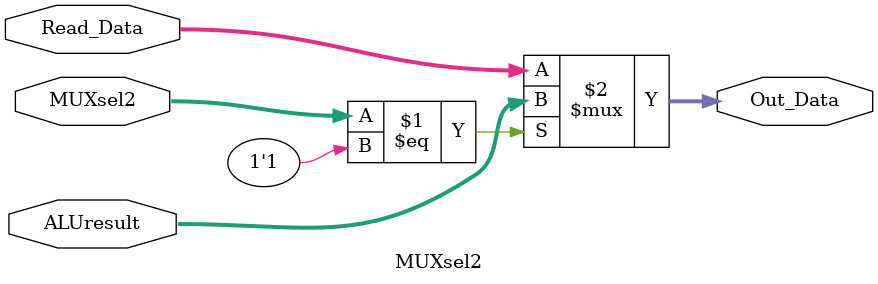
<source format=sv>
`timescale 1ns / 1ps


module MUXsel2(
    input logic [31:0]  Read_Data,
    input logic [31:0]  ALUresult,
    input logic [1:0]   MUXsel2,
    output logic[31:0]  Out_Data
    );
    assign Out_Data = (MUXsel2 == 1'b1)?ALUresult:Read_Data;
endmodule

</source>
